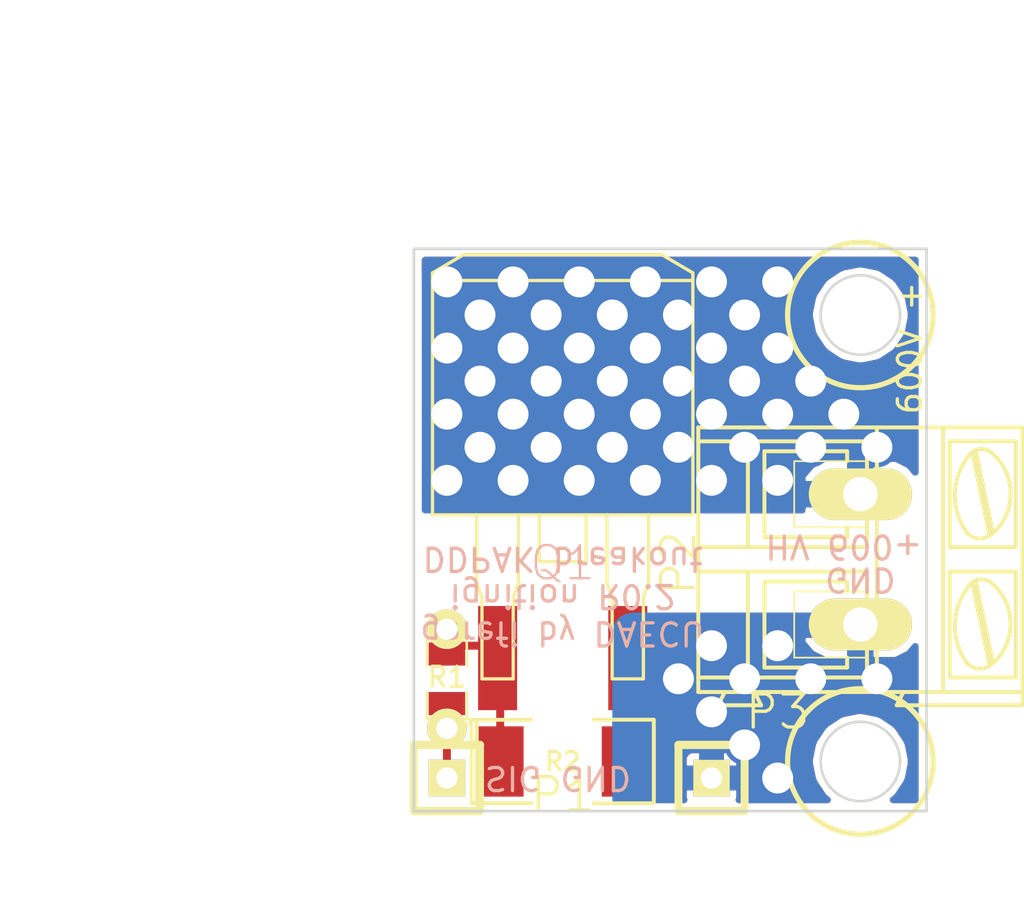
<source format=kicad_pcb>
(kicad_pcb (version 4) (host pcbnew 4.0.1-stable)

  (general
    (links 11)
    (no_connects 0)
    (area 188.850001 145.740001 231.089201 182.405)
    (thickness 1.6)
    (drawings 19)
    (tracks 115)
    (zones 0)
    (modules 6)
    (nets 5)
  )

  (page A)
  (title_block
    (title "DDPAK breakout")
    (rev R0.2)
    (company gerefi)
  )

  (layers
    (0 F.Cu signal)
    (31 B.Cu signal)
    (32 B.Adhes user)
    (33 F.Adhes user)
    (34 B.Paste user)
    (35 F.Paste user)
    (36 B.SilkS user)
    (37 F.SilkS user)
    (38 B.Mask user)
    (39 F.Mask user)
    (40 Dwgs.User user)
    (41 Cmts.User user)
    (42 Eco1.User user)
    (43 Eco2.User user)
    (44 Edge.Cuts user)
  )

  (setup
    (last_trace_width 0.3048)
    (trace_clearance 0.3048)
    (zone_clearance 0.254)
    (zone_45_only no)
    (trace_min 0.254)
    (segment_width 0.2)
    (edge_width 0.1)
    (via_size 0.889)
    (via_drill 0.635)
    (via_min_size 0.889)
    (via_min_drill 0.508)
    (user_via 0.889 0.635)
    (user_via 1.54178 1.18618)
    (uvia_size 0.508)
    (uvia_drill 0.127)
    (uvias_allowed no)
    (uvia_min_size 0.508)
    (uvia_min_drill 0.127)
    (pcb_text_width 0.3)
    (pcb_text_size 1.5 1.5)
    (mod_edge_width 0.15)
    (mod_text_size 1 1)
    (mod_text_width 0.15)
    (pad_size 1.5 1.5)
    (pad_drill 0.6)
    (pad_to_mask_clearance 0)
    (aux_axis_origin 0 0)
    (visible_elements 7FFFFF3F)
    (pcbplotparams
      (layerselection 0x00030_80000001)
      (usegerberextensions true)
      (excludeedgelayer true)
      (linewidth 0.150000)
      (plotframeref false)
      (viasonmask false)
      (mode 1)
      (useauxorigin false)
      (hpglpennumber 1)
      (hpglpenspeed 20)
      (hpglpendiameter 15)
      (hpglpenoverlay 2)
      (psnegative false)
      (psa4output false)
      (plotreference true)
      (plotvalue true)
      (plotinvisibletext false)
      (padsonsilk false)
      (subtractmaskfromsilk false)
      (outputformat 1)
      (mirror false)
      (drillshape 0)
      (scaleselection 1)
      (outputdirectory ""))
  )

  (net 0 "")
  (net 1 /GND)
  (net 2 /HV)
  (net 3 /SIG)
  (net 4 /SIG2)

  (net_class Default "This is the default net class."
    (clearance 0.3048)
    (trace_width 0.3048)
    (via_dia 0.889)
    (via_drill 0.635)
    (uvia_dia 0.508)
    (uvia_drill 0.127)
    (add_net /GND)
    (add_net /HV)
    (add_net /SIG)
    (add_net /SIG2)
  )

  (net_class FAT ""
    (clearance 1.7526)
    (trace_width 2.54)
    (via_dia 0.889)
    (via_drill 0.635)
    (uvia_dia 0.508)
    (uvia_drill 0.127)
  )

  (net_class MIN ""
    (clearance 2.54)
    (trace_width 0.3048)
    (via_dia 0.889)
    (via_drill 0.635)
    (uvia_dia 0.508)
    (uvia_drill 0.127)
  )

  (module SM0805_jumper (layer F.Cu) (tedit 53B680BA) (tstamp 544A797B)
    (at 206.375 171.45 90)
    (path /54499D02)
    (attr smd)
    (fp_text reference R1 (at 0.0635 0 180) (layer F.SilkS)
      (effects (font (size 0.762 0.762) (thickness 0.127)))
    )
    (fp_text value 1K (at 0 1.27 90) (layer F.SilkS) hide
      (effects (font (size 0.50038 0.50038) (thickness 0.10922)))
    )
    (fp_circle (center -1.651 0.762) (end -1.651 0.635) (layer F.SilkS) (width 0.09906))
    (fp_line (start -0.508 0.762) (end -1.524 0.762) (layer F.SilkS) (width 0.09906))
    (fp_line (start -1.524 0.762) (end -1.524 -0.762) (layer F.SilkS) (width 0.09906))
    (fp_line (start -1.524 -0.762) (end -0.508 -0.762) (layer F.SilkS) (width 0.09906))
    (fp_line (start 0.508 -0.762) (end 1.524 -0.762) (layer F.SilkS) (width 0.09906))
    (fp_line (start 1.524 -0.762) (end 1.524 0.762) (layer F.SilkS) (width 0.09906))
    (fp_line (start 1.524 0.762) (end 0.508 0.762) (layer F.SilkS) (width 0.09906))
    (pad 2 smd rect (at 1.27 0 90) (size 1.524 0.2032) (layers F.Cu F.Paste F.Mask)
      (net 4 /SIG2))
    (pad 1 smd rect (at -0.9525 0 90) (size 0.889 1.397) (layers F.Cu F.Paste F.Mask)
      (net 3 /SIG))
    (pad 2 smd rect (at 0.9525 0 90) (size 0.889 1.397) (layers F.Cu F.Paste F.Mask)
      (net 4 /SIG2))
    (pad 2 thru_hole circle (at 1.905 0 90) (size 1.524 1.524) (drill 0.8128) (layers *.Cu *.Mask F.SilkS)
      (net 4 /SIG2))
    (pad 1 thru_hole circle (at -1.905 0 90) (size 1.524 1.524) (drill 0.8128) (layers *.Cu *.Mask F.SilkS)
      (net 3 /SIG))
    (pad 1 smd rect (at -1.27 0 90) (size 1.524 0.2032) (layers F.Cu F.Paste F.Mask)
      (net 3 /SIG))
    (model smd/chip_cms.wrl
      (at (xyz 0 0 0))
      (scale (xyz 0.1 0.1 0.1))
      (rotate (xyz 0 0 0))
    )
  )

  (module AK300-2 (layer F.Cu) (tedit 549D4368) (tstamp 544A2601)
    (at 222.25 166.878 270)
    (descr CONNECTOR)
    (tags CONNECTOR)
    (path /5449A1BA)
    (attr virtual)
    (fp_text reference P2 (at 0.127 6.985 270) (layer F.SilkS)
      (effects (font (size 1.27 1.27) (thickness 0.127)))
    )
    (fp_text value CONN_2 (at 0.254 7.747 270) (layer F.SilkS) hide
      (effects (font (size 1.778 1.778) (thickness 0.0889)))
    )
    (fp_line (start -3.7846 2.54) (end -1.2446 2.54) (layer F.SilkS) (width 0.06604))
    (fp_line (start -1.2446 2.54) (end -1.2446 -0.254) (layer F.SilkS) (width 0.06604))
    (fp_line (start -3.7846 -0.254) (end -1.2446 -0.254) (layer F.SilkS) (width 0.06604))
    (fp_line (start -3.7846 2.54) (end -3.7846 -0.254) (layer F.SilkS) (width 0.06604))
    (fp_line (start 1.2192 2.54) (end 3.7592 2.54) (layer F.SilkS) (width 0.06604))
    (fp_line (start 3.7592 2.54) (end 3.7592 -0.254) (layer F.SilkS) (width 0.06604))
    (fp_line (start 1.2192 -0.254) (end 3.7592 -0.254) (layer F.SilkS) (width 0.06604))
    (fp_line (start 1.2192 2.54) (end 1.2192 -0.254) (layer F.SilkS) (width 0.06604))
    (fp_line (start 5.08 -6.223) (end 5.08 -3.175) (layer F.SilkS) (width 0.1524))
    (fp_line (start 5.08 -6.223) (end -5.08 -6.223) (layer F.SilkS) (width 0.1524))
    (fp_line (start 5.08 -6.223) (end 5.588 -6.223) (layer F.SilkS) (width 0.1524))
    (fp_line (start 5.588 -6.223) (end 5.588 -1.397) (layer F.SilkS) (width 0.1524))
    (fp_line (start 5.588 -1.397) (end 5.08 -1.651) (layer F.SilkS) (width 0.1524))
    (fp_line (start 5.588 5.461) (end 5.08 5.207) (layer F.SilkS) (width 0.1524))
    (fp_line (start 5.08 5.207) (end 5.08 6.223) (layer F.SilkS) (width 0.1524))
    (fp_line (start 5.588 3.81) (end 5.08 4.064) (layer F.SilkS) (width 0.1524))
    (fp_line (start 5.08 4.064) (end 5.08 5.207) (layer F.SilkS) (width 0.1524))
    (fp_line (start 5.588 3.81) (end 5.588 5.461) (layer F.SilkS) (width 0.1524))
    (fp_line (start 0.4572 6.223) (end 0.4572 4.318) (layer F.SilkS) (width 0.1524))
    (fp_line (start 4.5212 -0.254) (end 4.5212 4.318) (layer F.SilkS) (width 0.1524))
    (fp_line (start 0.4572 6.223) (end 4.5212 6.223) (layer F.SilkS) (width 0.1524))
    (fp_line (start 4.5212 6.223) (end 5.08 6.223) (layer F.SilkS) (width 0.1524))
    (fp_line (start -0.4826 6.223) (end -0.4826 4.318) (layer F.SilkS) (width 0.1524))
    (fp_line (start -0.4826 6.223) (end 0.4572 6.223) (layer F.SilkS) (width 0.1524))
    (fp_line (start -4.5466 -0.254) (end -4.5466 4.318) (layer F.SilkS) (width 0.1524))
    (fp_line (start -5.08 6.223) (end -4.5466 6.223) (layer F.SilkS) (width 0.1524))
    (fp_line (start -4.5466 6.223) (end -0.4826 6.223) (layer F.SilkS) (width 0.1524))
    (fp_line (start 0.4572 4.318) (end 4.5212 4.318) (layer F.SilkS) (width 0.1524))
    (fp_line (start 0.4572 4.318) (end 0.4572 -0.254) (layer F.SilkS) (width 0.1524))
    (fp_line (start 4.5212 4.318) (end 4.5212 6.223) (layer F.SilkS) (width 0.1524))
    (fp_line (start -0.4826 4.318) (end -4.5466 4.318) (layer F.SilkS) (width 0.1524))
    (fp_line (start -0.4826 4.318) (end -0.4826 -0.254) (layer F.SilkS) (width 0.1524))
    (fp_line (start -4.5466 4.318) (end -4.5466 6.223) (layer F.SilkS) (width 0.1524))
    (fp_line (start 4.1402 3.683) (end 4.1402 0.508) (layer F.SilkS) (width 0.1524))
    (fp_line (start 4.1402 3.683) (end 0.8382 3.683) (layer F.SilkS) (width 0.1524))
    (fp_line (start 0.8382 3.683) (end 0.8382 0.508) (layer F.SilkS) (width 0.1524))
    (fp_line (start -0.8636 3.683) (end -0.8636 0.508) (layer F.SilkS) (width 0.1524))
    (fp_line (start -0.8636 3.683) (end -4.1656 3.683) (layer F.SilkS) (width 0.1524))
    (fp_line (start -4.1656 3.683) (end -4.1656 0.508) (layer F.SilkS) (width 0.1524))
    (fp_line (start -4.1656 0.508) (end -3.7846 0.508) (layer F.SilkS) (width 0.1524))
    (fp_line (start -0.8636 0.508) (end -1.2446 0.508) (layer F.SilkS) (width 0.1524))
    (fp_line (start 0.8382 0.508) (end 1.2192 0.508) (layer F.SilkS) (width 0.1524))
    (fp_line (start 4.1402 0.508) (end 3.7592 0.508) (layer F.SilkS) (width 0.1524))
    (fp_line (start -5.08 6.223) (end -5.08 -0.635) (layer F.SilkS) (width 0.1524))
    (fp_line (start -5.08 -0.635) (end -5.08 -3.175) (layer F.SilkS) (width 0.1524))
    (fp_line (start 5.08 -1.651) (end 5.08 -0.635) (layer F.SilkS) (width 0.1524))
    (fp_line (start 5.08 -0.635) (end 5.08 4.064) (layer F.SilkS) (width 0.1524))
    (fp_line (start -5.08 -3.175) (end 5.08 -3.175) (layer F.SilkS) (width 0.1524))
    (fp_line (start -5.08 -3.175) (end -5.08 -6.223) (layer F.SilkS) (width 0.1524))
    (fp_line (start 5.08 -3.175) (end 5.08 -1.651) (layer F.SilkS) (width 0.1524))
    (fp_line (start 0.4572 -3.429) (end 0.4572 -5.969) (layer F.SilkS) (width 0.1524))
    (fp_line (start 0.4572 -5.969) (end 4.5212 -5.969) (layer F.SilkS) (width 0.1524))
    (fp_line (start 4.5212 -5.969) (end 4.5212 -3.429) (layer F.SilkS) (width 0.1524))
    (fp_line (start 4.5212 -3.429) (end 0.4572 -3.429) (layer F.SilkS) (width 0.1524))
    (fp_line (start -0.4826 -3.429) (end -0.4826 -5.969) (layer F.SilkS) (width 0.1524))
    (fp_line (start -0.4826 -3.429) (end -4.5466 -3.429) (layer F.SilkS) (width 0.1524))
    (fp_line (start -4.5466 -3.429) (end -4.5466 -5.969) (layer F.SilkS) (width 0.1524))
    (fp_line (start -0.4826 -5.969) (end -4.5466 -5.969) (layer F.SilkS) (width 0.1524))
    (fp_line (start 0.8636 -4.445) (end 3.9116 -5.08) (layer F.SilkS) (width 0.1524))
    (fp_line (start 0.9906 -4.318) (end 4.0386 -4.953) (layer F.SilkS) (width 0.1524))
    (fp_line (start -4.1402 -4.445) (end -1.08966 -5.08) (layer F.SilkS) (width 0.1524))
    (fp_line (start -4.0132 -4.318) (end -0.9652 -4.953) (layer F.SilkS) (width 0.1524))
    (fp_line (start -4.5466 -0.254) (end -4.1656 -0.254) (layer F.SilkS) (width 0.1524))
    (fp_line (start -0.4826 -0.254) (end -0.8636 -0.254) (layer F.SilkS) (width 0.1524))
    (fp_line (start -0.8636 -0.254) (end -4.1656 -0.254) (layer F.SilkS) (width 0.1524))
    (fp_line (start -5.08 -0.635) (end -4.1656 -0.635) (layer F.SilkS) (width 0.1524))
    (fp_line (start -4.1656 -0.635) (end -0.8636 -0.635) (layer F.SilkS) (width 0.1524))
    (fp_line (start -0.8636 -0.635) (end 0.8382 -0.635) (layer F.SilkS) (width 0.1524))
    (fp_line (start 5.08 -0.635) (end 4.1402 -0.635) (layer F.SilkS) (width 0.1524))
    (fp_line (start 4.1402 -0.635) (end 0.8382 -0.635) (layer F.SilkS) (width 0.1524))
    (fp_line (start 4.5212 -0.254) (end 4.1402 -0.254) (layer F.SilkS) (width 0.1524))
    (fp_line (start 0.4572 -0.254) (end 0.8382 -0.254) (layer F.SilkS) (width 0.1524))
    (fp_line (start 0.8382 -0.254) (end 4.1402 -0.254) (layer F.SilkS) (width 0.1524))
    (fp_arc (start 3.5052 -4.59486) (end 4.01066 -5.05206) (angle 90.5) (layer F.SilkS) (width 0.1524))
    (fp_arc (start 2.54 -6.0706) (end 4.00304 -4.11734) (angle 75.5) (layer F.SilkS) (width 0.1524))
    (fp_arc (start 2.46126 -3.7084) (end 0.8636 -5.0038) (angle 100) (layer F.SilkS) (width 0.1524))
    (fp_arc (start 1.3462 -4.64566) (end 1.05664 -4.1275) (angle 104.2) (layer F.SilkS) (width 0.1524))
    (fp_arc (start -1.4986 -4.59486) (end -0.9906 -5.05206) (angle 90.5) (layer F.SilkS) (width 0.1524))
    (fp_arc (start -2.46126 -6.0706) (end -0.99822 -4.11734) (angle 75.5) (layer F.SilkS) (width 0.1524))
    (fp_arc (start -2.53746 -3.7084) (end -4.1402 -5.0038) (angle 100) (layer F.SilkS) (width 0.1524))
    (fp_arc (start -3.6576 -4.64566) (end -3.94462 -4.1275) (angle 104.2) (layer F.SilkS) (width 0.1524))
    (pad 1 thru_hole oval (at -2.5146 0 270) (size 1.9812 3.9624) (drill 1.3208) (layers *.Cu F.Paste F.SilkS F.Mask)
      (net 2 /HV))
    (pad 2 thru_hole oval (at 2.4892 0 270) (size 1.9812 3.9624) (drill 1.3208) (layers *.Cu F.Paste F.SilkS F.Mask)
      (net 1 /GND))
  )

  (module SM2010 (layer F.Cu) (tedit 544A1B10) (tstamp 5449C04A)
    (at 210.82 174.625)
    (tags "CMS SM")
    (path /54499C42)
    (attr smd)
    (fp_text reference R2 (at 0 0) (layer F.SilkS)
      (effects (font (size 0.70104 0.70104) (thickness 0.127)))
    )
    (fp_text value 100K (at 0 0.8) (layer F.SilkS) hide
      (effects (font (size 0.70104 0.70104) (thickness 0.127)))
    )
    (fp_line (start -3.3 -1.6) (end -3.3 1.6) (layer F.SilkS) (width 0.15))
    (fp_line (start 3.50012 -1.6002) (end 3.50012 1.6002) (layer F.SilkS) (width 0.15))
    (fp_line (start -3.5 -1.6) (end -3.5 1.6) (layer F.SilkS) (width 0.15))
    (fp_line (start 1.19634 1.60528) (end 3.48234 1.60528) (layer F.SilkS) (width 0.15))
    (fp_line (start 3.48234 -1.60528) (end 1.19634 -1.60528) (layer F.SilkS) (width 0.15))
    (fp_line (start -1.2 -1.6) (end -3.5 -1.6) (layer F.SilkS) (width 0.15))
    (fp_line (start -3.5 1.6) (end -1.2 1.6) (layer F.SilkS) (width 0.15))
    (pad 1 smd rect (at -2.4003 0) (size 1.80086 2.70002) (layers F.Cu F.Paste F.Mask)
      (net 4 /SIG2))
    (pad 2 smd rect (at 2.4003 0) (size 1.80086 2.70002) (layers F.Cu F.Paste F.Mask)
      (net 1 /GND))
  )

  (module SIL-1 (layer F.Cu) (tedit 549F505C) (tstamp 544A798F)
    (at 216.535 175.26)
    (descr "Connecteurs 1 pin")
    (tags "CONN DEV")
    (path /544A1CD8)
    (fp_text reference P3 (at 2.54 -2.54) (layer F.SilkS)
      (effects (font (size 1.27 1.27) (thickness 0.127)))
    )
    (fp_text value CONN_1 (at 0 -2.54) (layer F.SilkS) hide
      (effects (font (size 1.524 1.016) (thickness 0.254)))
    )
    (fp_line (start -1.27 1.27) (end 1.27 1.27) (layer F.SilkS) (width 0.3175))
    (fp_line (start -1.27 -1.27) (end 1.27 -1.27) (layer F.SilkS) (width 0.3175))
    (fp_line (start -1.27 1.27) (end -1.27 -1.27) (layer F.SilkS) (width 0.3048))
    (fp_line (start 1.27 -1.27) (end 1.27 1.27) (layer F.SilkS) (width 0.3048))
    (pad 1 thru_hole rect (at 0 0) (size 1.397 1.397) (drill 0.8128) (layers *.Cu *.Mask F.SilkS)
      (net 1 /GND))
  )

  (module SIL-1 (layer F.Cu) (tedit 549D4054) (tstamp 544A7985)
    (at 206.375 175.26 180)
    (descr "Connecteurs 1 pin")
    (tags "CONN DEV")
    (path /544A1CBF)
    (fp_text reference P1 (at -4.445 -0.635 180) (layer F.SilkS)
      (effects (font (size 1.27 1.27) (thickness 0.127)))
    )
    (fp_text value CONN_1 (at 0 -2.54 180) (layer F.SilkS) hide
      (effects (font (size 1.524 1.016) (thickness 0.254)))
    )
    (fp_line (start -1.27 1.27) (end 1.27 1.27) (layer F.SilkS) (width 0.3175))
    (fp_line (start -1.27 -1.27) (end 1.27 -1.27) (layer F.SilkS) (width 0.3175))
    (fp_line (start -1.27 1.27) (end -1.27 -1.27) (layer F.SilkS) (width 0.3048))
    (fp_line (start 1.27 -1.27) (end 1.27 1.27) (layer F.SilkS) (width 0.3048))
    (pad 1 thru_hole rect (at 0 0 180) (size 1.397 1.397) (drill 0.8128) (layers *.Cu *.Mask F.SilkS)
      (net 3 /SIG))
  )

  (module m-pad-2.1-TO-263AB (layer F.Cu) (tedit 549D3FB2) (tstamp 5449C06D)
    (at 210.82 160.655)
    (descr "FAIRCHILD'S TO-263AB/D2PAK PACKAGE DIMENSIONS")
    (tags "FAIRCHILD'S TO-263AB/D2PAK PACKAGE DIMENSIONS")
    (path /5498B4BA)
    (attr smd)
    (fp_text reference Q1 (at 0 6.35) (layer B.SilkS)
      (effects (font (size 1.27 1.27) (thickness 0.0889)))
    )
    (fp_text value IRGS14C40L (at 6.86308 -0.30988 90) (layer B.SilkS) hide
      (effects (font (size 1.27 1.27) (thickness 0.0889)))
    )
    (fp_line (start -4.99872 4.49834) (end -3.29946 4.49834) (layer F.SilkS) (width 0.127))
    (fp_line (start -3.29946 4.49834) (end -1.69926 4.49834) (layer F.SilkS) (width 0.127))
    (fp_line (start -1.69926 4.49834) (end -0.89916 4.49834) (layer F.SilkS) (width 0.127))
    (fp_line (start -0.89916 4.49834) (end 0.89916 4.49834) (layer F.SilkS) (width 0.127))
    (fp_line (start 0.89916 4.49834) (end 1.69926 4.49834) (layer F.SilkS) (width 0.127))
    (fp_line (start 1.69926 4.49834) (end 3.29946 4.49834) (layer F.SilkS) (width 0.127))
    (fp_line (start 3.29946 4.49834) (end 4.99872 4.49834) (layer F.SilkS) (width 0.127))
    (fp_line (start 4.99872 4.49834) (end 4.99872 -4.49834) (layer F.SilkS) (width 0.127))
    (fp_line (start 4.99872 -4.49834) (end -4.99872 -4.49834) (layer F.SilkS) (width 0.127))
    (fp_line (start -4.99872 -4.49834) (end -4.99872 4.49834) (layer F.SilkS) (width 0.127))
    (fp_line (start -4.99872 -4.49834) (end -4.99872 -4.79044) (layer F.SilkS) (width 0.127))
    (fp_line (start -4.99872 -4.79044) (end -3.79222 -5.4991) (layer F.SilkS) (width 0.127))
    (fp_line (start -3.79222 -5.4991) (end 3.79222 -5.4991) (layer F.SilkS) (width 0.127))
    (fp_line (start 3.79222 -5.4991) (end 4.99872 -4.79044) (layer F.SilkS) (width 0.127))
    (fp_line (start 4.99872 -4.79044) (end 4.99872 -4.49834) (layer F.SilkS) (width 0.127))
    (fp_line (start -0.89916 4.49834) (end -0.89916 6.2992) (layer F.SilkS) (width 0.127))
    (fp_line (start -0.89916 6.2992) (end 0.89916 6.2992) (layer F.SilkS) (width 0.127))
    (fp_line (start 0.89916 6.2992) (end 0.89916 4.49834) (layer F.SilkS) (width 0.127))
    (fp_line (start -3.29946 4.49834) (end -3.29946 7.0993) (layer F.SilkS) (width 0.127))
    (fp_line (start -3.29946 7.0993) (end -3.0988 7.69874) (layer F.SilkS) (width 0.127))
    (fp_line (start -3.0988 7.69874) (end -3.0988 10.79754) (layer F.SilkS) (width 0.127))
    (fp_line (start -3.0988 10.79754) (end -1.89992 10.79754) (layer F.SilkS) (width 0.127))
    (fp_line (start -1.89992 10.79754) (end -1.89992 7.69874) (layer F.SilkS) (width 0.127))
    (fp_line (start -1.89992 7.69874) (end -1.69926 7.0993) (layer F.SilkS) (width 0.127))
    (fp_line (start -1.69926 7.0993) (end -1.69926 4.49834) (layer F.SilkS) (width 0.127))
    (fp_line (start 1.69926 4.49834) (end 1.69926 7.0993) (layer F.SilkS) (width 0.127))
    (fp_line (start 1.69926 7.0993) (end 1.89992 7.69874) (layer F.SilkS) (width 0.127))
    (fp_line (start 1.89992 7.69874) (end 1.89992 10.79754) (layer F.SilkS) (width 0.127))
    (fp_line (start 1.89992 10.79754) (end 3.0988 10.79754) (layer F.SilkS) (width 0.127))
    (fp_line (start 3.0988 10.79754) (end 3.0988 7.69874) (layer F.SilkS) (width 0.127))
    (fp_line (start 3.0988 7.69874) (end 3.29946 7.0993) (layer F.SilkS) (width 0.127))
    (fp_line (start 3.29946 7.0993) (end 3.29946 4.49834) (layer F.SilkS) (width 0.127))
    (pad 2 smd rect (at 0 0) (size 9.99998 8.99922) (layers F.Cu F.Paste F.Mask)
      (net 2 /HV))
    (pad 1 smd rect (at -2.49936 9.99998) (size 1.4986 3.99796) (layers F.Cu F.Paste F.Mask)
      (net 4 /SIG2))
    (pad 3 smd rect (at 2.49936 9.99998) (size 1.4986 3.99796) (layers F.Cu F.Paste F.Mask)
      (net 1 /GND))
    (model smd/dpack_2.wrl
      (at (xyz 0 -0.3 0))
      (scale (xyz 1 1 1))
      (rotate (xyz 0 0 0))
    )
  )

  (dimension 10.16 (width 0.3) (layer Dwgs.User)
    (gr_text "0.4000 in" (at 211.455 181.054999) (layer Dwgs.User)
      (effects (font (size 1.5 1.5) (thickness 0.3)))
    )
    (feature1 (pts (xy 216.535 176.53) (xy 216.535 182.404999)))
    (feature2 (pts (xy 206.375 176.53) (xy 206.375 182.404999)))
    (crossbar (pts (xy 206.375 179.704999) (xy 216.535 179.704999)))
    (arrow1a (pts (xy 216.535 179.704999) (xy 215.408497 180.291419)))
    (arrow1b (pts (xy 216.535 179.704999) (xy 215.408497 179.118579)))
    (arrow2a (pts (xy 206.375 179.704999) (xy 207.501503 180.291419)))
    (arrow2b (pts (xy 206.375 179.704999) (xy 207.501503 179.118579)))
  )
  (gr_circle (center 222.25 174.625) (end 223.774 174.625) (layer Edge.Cuts) (width 0.1) (tstamp 549E9E7F))
  (gr_circle (center 222.25 174.625) (end 225.044 174.625) (layer F.SilkS) (width 0.2) (tstamp 549E9E7E))
  (gr_circle (center 222.25 157.48) (end 225.044 157.48) (layer F.SilkS) (width 0.2))
  (gr_circle (center 222.25 157.48) (end 223.774 157.48) (layer Edge.Cuts) (width 0.1) (tstamp 549E9D27))
  (dimension 21.59 (width 0.3) (layer Dwgs.User)
    (gr_text "21.590 mm" (at 195.5 165.735 90) (layer Dwgs.User)
      (effects (font (size 1.5 1.5) (thickness 0.3)))
    )
    (feature1 (pts (xy 204.47 154.94) (xy 194.15 154.94)))
    (feature2 (pts (xy 204.47 176.53) (xy 194.15 176.53)))
    (crossbar (pts (xy 196.85 176.53) (xy 196.85 154.94)))
    (arrow1a (pts (xy 196.85 154.94) (xy 197.43642 156.066503)))
    (arrow1b (pts (xy 196.85 154.94) (xy 196.26358 156.066503)))
    (arrow2a (pts (xy 196.85 176.53) (xy 197.43642 175.403497)))
    (arrow2b (pts (xy 196.85 176.53) (xy 196.26358 175.403497)))
  )
  (dimension 19.685 (width 0.3) (layer Dwgs.User)
    (gr_text "19.685 mm" (at 214.9475 147.240001) (layer Dwgs.User)
      (effects (font (size 1.5 1.5) (thickness 0.3)))
    )
    (feature1 (pts (xy 224.79 154.305) (xy 224.79 145.890001)))
    (feature2 (pts (xy 205.105 154.305) (xy 205.105 145.890001)))
    (crossbar (pts (xy 205.105 148.590001) (xy 224.79 148.590001)))
    (arrow1a (pts (xy 224.79 148.590001) (xy 223.663497 149.176421)))
    (arrow1b (pts (xy 224.79 148.590001) (xy 223.663497 148.003581)))
    (arrow2a (pts (xy 205.105 148.590001) (xy 206.231503 149.176421)))
    (arrow2b (pts (xy 205.105 148.590001) (xy 206.231503 148.003581)))
  )
  (dimension 19.685 (width 0.3) (layer Dwgs.User)
    (gr_text "0.7750 in" (at 214.9475 150.415001) (layer Dwgs.User)
      (effects (font (size 1.5 1.5) (thickness 0.3)))
    )
    (feature1 (pts (xy 224.79 154.305) (xy 224.79 149.065001)))
    (feature2 (pts (xy 205.105 154.305) (xy 205.105 149.065001)))
    (crossbar (pts (xy 205.105 151.765001) (xy 224.79 151.765001)))
    (arrow1a (pts (xy 224.79 151.765001) (xy 223.663497 152.351421)))
    (arrow1b (pts (xy 224.79 151.765001) (xy 223.663497 151.178581)))
    (arrow2a (pts (xy 205.105 151.765001) (xy 206.231503 152.351421)))
    (arrow2b (pts (xy 205.105 151.765001) (xy 206.231503 151.178581)))
  )
  (dimension 21.59 (width 0.3) (layer Dwgs.User)
    (gr_text "0.8500 in" (at 199.31 165.735 90) (layer Dwgs.User)
      (effects (font (size 1.5 1.5) (thickness 0.3)))
    )
    (feature1 (pts (xy 204.47 154.94) (xy 197.96 154.94)))
    (feature2 (pts (xy 204.47 176.53) (xy 197.96 176.53)))
    (crossbar (pts (xy 200.66 176.53) (xy 200.66 154.94)))
    (arrow1a (pts (xy 200.66 154.94) (xy 201.24642 156.066503)))
    (arrow1b (pts (xy 200.66 154.94) (xy 200.07358 156.066503)))
    (arrow2a (pts (xy 200.66 176.53) (xy 201.24642 175.403497)))
    (arrow2b (pts (xy 200.66 176.53) (xy 200.07358 175.403497)))
  )
  (gr_text GND (at 212.09 175.26 180) (layer B.SilkS)
    (effects (font (size 0.889 0.889) (thickness 0.127)) (justify mirror))
  )
  (gr_text "HV 600+" (at 221.615 166.37 180) (layer B.SilkS)
    (effects (font (size 0.889 0.889) (thickness 0.127)) (justify mirror))
  )
  (gr_text SIG (at 208.915 175.26 180) (layer B.SilkS)
    (effects (font (size 0.889 0.889) (thickness 0.127)) (justify mirror))
  )
  (gr_text GND (at 222.25 167.64 180) (layer B.SilkS)
    (effects (font (size 0.889 0.889) (thickness 0.127)) (justify mirror))
  )
  (gr_text "gerefi by DAECU\nignition R0.2\nDDPAK breakout\n" (at 210.82 168.275 180) (layer B.SilkS)
    (effects (font (size 0.889 0.889) (thickness 0.127)) (justify mirror))
  )
  (gr_text "600V +" (at 224.155 158.75 90) (layer F.SilkS)
    (effects (font (size 0.889 0.889) (thickness 0.127)))
  )
  (gr_line (start 205.105 176.53) (end 224.79 176.53) (angle 90) (layer Edge.Cuts) (width 0.1) (tstamp 549D3C3E))
  (gr_line (start 224.79 154.94) (end 224.79 176.53) (angle 90) (layer Edge.Cuts) (width 0.1) (tstamp 549D3BE3))
  (gr_line (start 205.105 154.94) (end 224.79 154.94) (angle 90) (layer Edge.Cuts) (width 0.1))
  (gr_line (start 205.105 154.94) (end 205.105 176.53) (angle 90) (layer Edge.Cuts) (width 0.1) (tstamp 549D3BE0))

  (segment (start 222.885 171.45) (end 220.345 171.45) (width 0.3048) (layer F.Cu) (net 1))
  (segment (start 219.075 175.26) (end 219.075 172.72) (width 0.3048) (layer F.Cu) (net 1))
  (segment (start 222.25 169.3672) (end 219.8878 169.3672) (width 0.3048) (layer B.Cu) (net 1))
  (segment (start 219.075 172.72) (end 220.345 171.45) (width 0.3048) (layer F.Cu) (net 1) (tstamp 549D42CF))
  (via (at 219.075 175.26) (size 1.54178) (drill 1.18618) (layers F.Cu B.Cu) (net 1))
  (segment (start 217.805 173.99) (end 219.075 175.26) (width 0.3048) (layer B.Cu) (net 1) (tstamp 549D42C6))
  (via (at 217.805 173.99) (size 1.54178) (drill 1.18618) (layers F.Cu B.Cu) (net 1))
  (segment (start 216.535 172.72) (end 217.805 173.99) (width 0.3048) (layer F.Cu) (net 1) (tstamp 549D42C3))
  (via (at 216.535 172.72) (size 1.54178) (drill 1.18618) (layers F.Cu B.Cu) (net 1))
  (segment (start 215.265 171.45) (end 216.535 172.72) (width 0.3048) (layer B.Cu) (net 1) (tstamp 549D42C0))
  (via (at 215.265 171.45) (size 1.54178) (drill 1.18618) (layers F.Cu B.Cu) (net 1))
  (segment (start 216.535 170.18) (end 215.265 171.45) (width 0.3048) (layer F.Cu) (net 1) (tstamp 549D42BD))
  (via (at 216.535 170.18) (size 1.54178) (drill 1.18618) (layers F.Cu B.Cu) (net 1))
  (segment (start 217.805 171.45) (end 216.535 170.18) (width 0.3048) (layer B.Cu) (net 1) (tstamp 549D42BA))
  (via (at 217.805 171.45) (size 1.54178) (drill 1.18618) (layers F.Cu B.Cu) (net 1))
  (segment (start 219.075 170.18) (end 217.805 171.45) (width 0.3048) (layer F.Cu) (net 1) (tstamp 549D42B7))
  (via (at 219.075 170.18) (size 1.54178) (drill 1.18618) (layers F.Cu B.Cu) (net 1))
  (segment (start 219.8878 169.3672) (end 219.075 170.18) (width 0.3048) (layer B.Cu) (net 1) (tstamp 549D42AE))
  (via (at 220.345 171.45) (size 1.54178) (drill 1.18618) (layers F.Cu B.Cu) (net 1))
  (via (at 222.885 171.45) (size 1.54178) (drill 1.18618) (layers F.Cu B.Cu) (net 1))
  (segment (start 217.805 157.48) (end 219.075 156.21) (width 0.3048) (layer B.Cu) (net 2))
  (segment (start 206.375 156.21) (end 210.82 160.655) (width 0.3048) (layer F.Cu) (net 2) (tstamp 549D4210))
  (via (at 206.375 156.21) (size 1.54178) (drill 1.18618) (layers F.Cu B.Cu) (net 2))
  (segment (start 208.915 156.21) (end 206.375 156.21) (width 0.3048) (layer B.Cu) (net 2) (tstamp 549D420C))
  (via (at 208.915 156.21) (size 1.54178) (drill 1.18618) (layers F.Cu B.Cu) (net 2))
  (segment (start 211.455 156.21) (end 208.915 156.21) (width 0.3048) (layer F.Cu) (net 2) (tstamp 549D4209))
  (via (at 211.455 156.21) (size 1.54178) (drill 1.18618) (layers F.Cu B.Cu) (net 2))
  (segment (start 213.995 156.21) (end 211.455 156.21) (width 0.3048) (layer B.Cu) (net 2) (tstamp 549D4205))
  (via (at 213.995 156.21) (size 1.54178) (drill 1.18618) (layers F.Cu B.Cu) (net 2))
  (segment (start 216.535 156.21) (end 213.995 156.21) (width 0.3048) (layer F.Cu) (net 2) (tstamp 549D4202))
  (via (at 216.535 156.21) (size 1.54178) (drill 1.18618) (layers F.Cu B.Cu) (net 2))
  (segment (start 219.075 156.21) (end 216.535 156.21) (width 0.3048) (layer B.Cu) (net 2) (tstamp 549D41FF))
  (via (at 219.075 156.21) (size 1.54178) (drill 1.18618) (layers F.Cu B.Cu) (net 2))
  (via (at 217.805 157.48) (size 1.54178) (drill 1.18618) (layers F.Cu B.Cu) (net 2))
  (segment (start 217.805 157.48) (end 219.075 158.75) (width 0.3048) (layer B.Cu) (net 2))
  (segment (start 220.345 160.02) (end 219.075 158.75) (width 0.3048) (layer B.Cu) (net 2) (tstamp 549E9F1D))
  (via (at 219.075 158.75) (size 1.54178) (drill 1.18618) (layers F.Cu B.Cu) (net 2))
  (segment (start 215.265 157.48) (end 217.805 157.48) (width 0.3048) (layer B.Cu) (net 2) (tstamp 549D41F0))
  (via (at 215.265 157.48) (size 1.54178) (drill 1.18618) (layers F.Cu B.Cu) (net 2))
  (segment (start 212.725 157.48) (end 215.265 157.48) (width 0.3048) (layer F.Cu) (net 2) (tstamp 549D41EC))
  (via (at 212.725 157.48) (size 1.54178) (drill 1.18618) (layers F.Cu B.Cu) (net 2))
  (segment (start 210.185 157.48) (end 212.725 157.48) (width 0.3048) (layer B.Cu) (net 2) (tstamp 549D41E9))
  (via (at 210.185 157.48) (size 1.54178) (drill 1.18618) (layers F.Cu B.Cu) (net 2))
  (segment (start 207.645 157.48) (end 210.185 157.48) (width 0.3048) (layer F.Cu) (net 2) (tstamp 549D41E6))
  (via (at 207.645 157.48) (size 1.54178) (drill 1.18618) (layers F.Cu B.Cu) (net 2))
  (segment (start 206.375 158.75) (end 207.645 157.48) (width 0.3048) (layer B.Cu) (net 2) (tstamp 549D41E3))
  (via (at 206.375 158.75) (size 1.54178) (drill 1.18618) (layers F.Cu B.Cu) (net 2))
  (segment (start 208.915 158.75) (end 206.375 158.75) (width 0.3048) (layer F.Cu) (net 2) (tstamp 549D41E0))
  (via (at 208.915 158.75) (size 1.54178) (drill 1.18618) (layers F.Cu B.Cu) (net 2))
  (segment (start 211.455 158.75) (end 208.915 158.75) (width 0.3048) (layer B.Cu) (net 2) (tstamp 549D41DD))
  (via (at 211.455 158.75) (size 1.54178) (drill 1.18618) (layers F.Cu B.Cu) (net 2))
  (segment (start 213.995 158.75) (end 211.455 158.75) (width 0.3048) (layer F.Cu) (net 2) (tstamp 549D41DA))
  (via (at 213.995 158.75) (size 1.54178) (drill 1.18618) (layers F.Cu B.Cu) (net 2))
  (segment (start 216.535 158.75) (end 213.995 158.75) (width 0.3048) (layer B.Cu) (net 2) (tstamp 549D41D7))
  (via (at 216.535 158.75) (size 1.54178) (drill 1.18618) (layers F.Cu B.Cu) (net 2))
  (segment (start 219.075 158.75) (end 216.535 158.75) (width 0.3048) (layer F.Cu) (net 2) (tstamp 549D41D4))
  (via (at 220.345 160.02) (size 1.54178) (drill 1.18618) (layers F.Cu B.Cu) (net 2))
  (segment (start 221.615 161.29) (end 220.345 160.02) (width 0.3048) (layer B.Cu) (net 2))
  (via (at 221.615 161.29) (size 1.54178) (drill 1.18618) (layers F.Cu B.Cu) (net 2))
  (via (at 222.885 162.56) (size 1.54178) (drill 1.18618) (layers F.Cu B.Cu) (net 2))
  (segment (start 221.615 161.29) (end 222.885 162.56) (width 0.3048) (layer F.Cu) (net 2) (tstamp 549D41BB))
  (segment (start 222.25 164.3634) (end 219.6084 164.3634) (width 0.3048) (layer F.Cu) (net 2))
  (segment (start 220.345 162.56) (end 221.615 161.29) (width 0.3048) (layer B.Cu) (net 2) (tstamp 549D41B7))
  (via (at 220.345 162.56) (size 1.54178) (drill 1.18618) (layers F.Cu B.Cu) (net 2))
  (segment (start 219.075 161.29) (end 220.345 162.56) (width 0.3048) (layer F.Cu) (net 2) (tstamp 549D41B4))
  (via (at 219.075 161.29) (size 1.54178) (drill 1.18618) (layers F.Cu B.Cu) (net 2))
  (segment (start 217.805 160.02) (end 219.075 161.29) (width 0.3048) (layer B.Cu) (net 2) (tstamp 549D41AF))
  (via (at 217.805 160.02) (size 1.54178) (drill 1.18618) (layers F.Cu B.Cu) (net 2))
  (segment (start 216.535 161.29) (end 217.805 160.02) (width 0.3048) (layer F.Cu) (net 2) (tstamp 549D41AC))
  (via (at 216.535 161.29) (size 1.54178) (drill 1.18618) (layers F.Cu B.Cu) (net 2))
  (segment (start 215.265 160.02) (end 216.535 161.29) (width 0.3048) (layer B.Cu) (net 2) (tstamp 549D41A9))
  (via (at 215.265 160.02) (size 1.54178) (drill 1.18618) (layers F.Cu B.Cu) (net 2))
  (segment (start 213.995 161.29) (end 215.265 160.02) (width 0.3048) (layer F.Cu) (net 2) (tstamp 549D41A6))
  (via (at 213.995 161.29) (size 1.54178) (drill 1.18618) (layers F.Cu B.Cu) (net 2))
  (segment (start 212.725 160.02) (end 213.995 161.29) (width 0.3048) (layer B.Cu) (net 2) (tstamp 549D41A3))
  (via (at 212.725 160.02) (size 1.54178) (drill 1.18618) (layers F.Cu B.Cu) (net 2))
  (segment (start 211.455 161.29) (end 212.725 160.02) (width 0.3048) (layer F.Cu) (net 2) (tstamp 549D41A0))
  (via (at 211.455 161.29) (size 1.54178) (drill 1.18618) (layers F.Cu B.Cu) (net 2))
  (segment (start 210.185 160.02) (end 211.455 161.29) (width 0.3048) (layer B.Cu) (net 2) (tstamp 549D419D))
  (via (at 210.185 160.02) (size 1.54178) (drill 1.18618) (layers F.Cu B.Cu) (net 2))
  (segment (start 208.915 161.29) (end 210.185 160.02) (width 0.3048) (layer F.Cu) (net 2) (tstamp 549D419A))
  (via (at 208.915 161.29) (size 1.54178) (drill 1.18618) (layers F.Cu B.Cu) (net 2))
  (segment (start 207.645 160.02) (end 208.915 161.29) (width 0.3048) (layer B.Cu) (net 2) (tstamp 549D4197))
  (via (at 207.645 160.02) (size 1.54178) (drill 1.18618) (layers F.Cu B.Cu) (net 2))
  (segment (start 206.375 161.29) (end 207.645 160.02) (width 0.3048) (layer F.Cu) (net 2) (tstamp 549D4194))
  (via (at 206.375 161.29) (size 1.54178) (drill 1.18618) (layers F.Cu B.Cu) (net 2))
  (segment (start 206.375 163.83) (end 206.375 161.29) (width 0.3048) (layer B.Cu) (net 2) (tstamp 549D4190))
  (via (at 206.375 163.83) (size 1.54178) (drill 1.18618) (layers F.Cu B.Cu) (net 2))
  (segment (start 207.645 162.56) (end 206.375 163.83) (width 0.3048) (layer F.Cu) (net 2) (tstamp 549D418D))
  (via (at 207.645 162.56) (size 1.54178) (drill 1.18618) (layers F.Cu B.Cu) (net 2))
  (segment (start 208.915 163.83) (end 207.645 162.56) (width 0.3048) (layer B.Cu) (net 2) (tstamp 549D418A))
  (via (at 208.915 163.83) (size 1.54178) (drill 1.18618) (layers F.Cu B.Cu) (net 2))
  (segment (start 210.185 162.56) (end 208.915 163.83) (width 0.3048) (layer F.Cu) (net 2) (tstamp 549D4187))
  (via (at 210.185 162.56) (size 1.54178) (drill 1.18618) (layers F.Cu B.Cu) (net 2))
  (segment (start 211.455 163.83) (end 210.185 162.56) (width 0.3048) (layer B.Cu) (net 2) (tstamp 549D4184))
  (via (at 211.455 163.83) (size 1.54178) (drill 1.18618) (layers F.Cu B.Cu) (net 2))
  (segment (start 212.725 162.56) (end 211.455 163.83) (width 0.3048) (layer F.Cu) (net 2) (tstamp 549D4181))
  (via (at 212.725 162.56) (size 1.54178) (drill 1.18618) (layers F.Cu B.Cu) (net 2))
  (segment (start 213.995 163.83) (end 212.725 162.56) (width 0.3048) (layer B.Cu) (net 2) (tstamp 549D417E))
  (via (at 213.995 163.83) (size 1.54178) (drill 1.18618) (layers F.Cu B.Cu) (net 2))
  (segment (start 215.265 162.56) (end 213.995 163.83) (width 0.3048) (layer F.Cu) (net 2) (tstamp 549D417B))
  (via (at 215.265 162.56) (size 1.54178) (drill 1.18618) (layers F.Cu B.Cu) (net 2))
  (segment (start 216.535 163.83) (end 215.265 162.56) (width 0.3048) (layer B.Cu) (net 2) (tstamp 549D4178))
  (via (at 216.535 163.83) (size 1.54178) (drill 1.18618) (layers F.Cu B.Cu) (net 2))
  (segment (start 217.805 162.56) (end 216.535 163.83) (width 0.3048) (layer F.Cu) (net 2) (tstamp 549D4175))
  (via (at 217.805 162.56) (size 1.54178) (drill 1.18618) (layers F.Cu B.Cu) (net 2))
  (segment (start 219.075 163.83) (end 217.805 162.56) (width 0.3048) (layer B.Cu) (net 2) (tstamp 549D4171))
  (via (at 219.075 163.83) (size 1.54178) (drill 1.18618) (layers F.Cu B.Cu) (net 2))
  (segment (start 219.6084 164.3634) (end 219.075 163.83) (width 0.3048) (layer F.Cu) (net 2) (tstamp 549D416A))
  (segment (start 206.375 175.26) (end 206.375 173.355) (width 0.3048) (layer F.Cu) (net 3))
  (segment (start 208.4197 174.625) (end 208.4197 170.75404) (width 0.3048) (layer F.Cu) (net 4))
  (segment (start 208.4197 170.75404) (end 208.32064 170.65498) (width 0.3048) (layer F.Cu) (net 4) (tstamp 549D4036))
  (segment (start 206.375 170.18) (end 207.84566 170.18) (width 0.3048) (layer F.Cu) (net 4))
  (segment (start 207.84566 170.18) (end 208.32064 170.65498) (width 0.3048) (layer F.Cu) (net 4) (tstamp 549D4031))
  (segment (start 208.4197 170.75404) (end 208.32064 170.65498) (width 0.3048) (layer F.Cu) (net 4) (tstamp 549D3F88))

  (zone (net 2) (net_name /HV) (layer B.Cu) (tstamp 544A1897) (hatch edge 0.508)
    (connect_pads (clearance 0.254))
    (min_thickness 0.254)
    (fill (arc_segments 16) (thermal_gap 0.254) (thermal_bridge_width 1.016) (smoothing fillet) (radius 0.762))
    (polygon
      (pts
        (xy 226.06 152.4) (xy 203.2 152.4) (xy 203.2 165.1) (xy 226.06 165.1)
      )
    )
    (filled_polygon
      (pts
        (xy 224.359 163.522537) (xy 224.1973 163.334715) (xy 224.1973 157.563613) (xy 224.197226 157.48) (xy 224.1973 157.396387)
        (xy 224.197153 157.396032) (xy 224.197153 157.395445) (xy 224.080637 156.812337) (xy 224.016146 156.657026) (xy 224.014285 156.655168)
        (xy 223.687021 156.164458) (xy 223.686073 156.162174) (xy 223.567056 156.043365) (xy 223.072348 155.713436) (xy 222.916925 155.649216)
        (xy 222.914289 155.649218) (xy 222.335896 155.533643) (xy 222.333613 155.5327) (xy 222.165445 155.532847) (xy 221.582337 155.649363)
        (xy 221.427026 155.713854) (xy 221.425168 155.715714) (xy 220.934458 156.042978) (xy 220.932174 156.043927) (xy 220.813365 156.162944)
        (xy 220.483436 156.657652) (xy 220.419216 156.813075) (xy 220.419218 156.81571) (xy 220.303355 157.395547) (xy 220.303354 157.39593)
        (xy 220.303208 157.396285) (xy 220.303281 157.48) (xy 220.303208 157.563715) (xy 220.303354 157.564069) (xy 220.303355 157.564453)
        (xy 220.419218 158.144289) (xy 220.419216 158.146925) (xy 220.483436 158.302348) (xy 220.813365 158.797056) (xy 220.932174 158.916073)
        (xy 220.934458 158.917021) (xy 221.425168 159.244285) (xy 221.427026 159.246146) (xy 221.582337 159.310637) (xy 222.165445 159.427153)
        (xy 222.333613 159.4273) (xy 222.335896 159.426356) (xy 222.914289 159.310781) (xy 222.916925 159.310784) (xy 223.072348 159.246564)
        (xy 223.567056 158.916635) (xy 223.686073 158.797826) (xy 223.687021 158.795541) (xy 224.014285 158.304831) (xy 224.016146 158.302974)
        (xy 224.080637 158.147663) (xy 224.197153 157.564555) (xy 224.197153 157.563967) (xy 224.1973 157.563613) (xy 224.1973 163.334715)
        (xy 224.117487 163.242009) (xy 223.6216 162.9918) (xy 222.631 162.9918) (xy 222.631 163.9824) (xy 222.651 163.9824)
        (xy 222.651 164.7444) (xy 222.631 164.7444) (xy 222.631 164.7644) (xy 221.869 164.7644) (xy 221.869 164.7444)
        (xy 221.869 163.9824) (xy 221.869 162.9918) (xy 220.8784 162.9918) (xy 220.382513 163.242009) (xy 220.020124 163.66294)
        (xy 220.017603 163.780969) (xy 220.041243 163.9824) (xy 221.869 163.9824) (xy 221.869 164.7444) (xy 220.041243 164.7444)
        (xy 220.017603 164.945831) (xy 220.018183 164.973) (xy 205.536 164.973) (xy 205.536 155.371) (xy 224.359 155.371)
        (xy 224.359 163.522537)
      )
    )
  )
  (zone (net 1) (net_name /GND) (layer B.Cu) (tstamp 544A26B3) (hatch edge 0.508)
    (connect_pads (clearance 0.254))
    (min_thickness 0.254)
    (fill (arc_segments 16) (thermal_gap 0.254) (thermal_bridge_width 1.016) (smoothing fillet) (radius 0.762))
    (polygon
      (pts
        (xy 212.725 168.91) (xy 226.06 168.91) (xy 226.06 179.07) (xy 212.725 179.07)
      )
    )
    (filled_polygon
      (pts
        (xy 224.359 176.099) (xy 223.511029 176.099) (xy 223.567056 176.061635) (xy 223.686073 175.942826) (xy 223.687021 175.940541)
        (xy 224.014285 175.449831) (xy 224.016146 175.447974) (xy 224.080637 175.292663) (xy 224.197153 174.709555) (xy 224.197153 174.708967)
        (xy 224.1973 174.708613) (xy 224.197226 174.625) (xy 224.1973 174.541387) (xy 224.197153 174.541032) (xy 224.197153 174.540445)
        (xy 224.080637 173.957337) (xy 224.016146 173.802026) (xy 224.014285 173.800168) (xy 223.687021 173.309458) (xy 223.686073 173.307174)
        (xy 223.567056 173.188365) (xy 223.072348 172.858436) (xy 222.916925 172.794216) (xy 222.914289 172.794218) (xy 222.335896 172.678643)
        (xy 222.333613 172.6777) (xy 222.165445 172.677847) (xy 221.869 172.737082) (xy 221.869 170.7388) (xy 221.869 169.7482)
        (xy 220.041243 169.7482) (xy 220.017603 169.949631) (xy 220.020124 170.06766) (xy 220.382513 170.488591) (xy 220.8784 170.7388)
        (xy 221.869 170.7388) (xy 221.869 172.737082) (xy 221.582337 172.794363) (xy 221.427026 172.858854) (xy 221.425168 172.860714)
        (xy 220.934458 173.187978) (xy 220.932174 173.188927) (xy 220.813365 173.307944) (xy 220.483436 173.802652) (xy 220.419216 173.958075)
        (xy 220.419218 173.96071) (xy 220.303355 174.540547) (xy 220.303354 174.54093) (xy 220.303208 174.541285) (xy 220.303281 174.625)
        (xy 220.303208 174.708715) (xy 220.303354 174.709069) (xy 220.303355 174.709453) (xy 220.419218 175.289289) (xy 220.419216 175.291925)
        (xy 220.483436 175.447348) (xy 220.813365 175.942056) (xy 220.932174 176.061073) (xy 220.934458 176.062021) (xy 220.989905 176.099)
        (xy 217.5877 176.099) (xy 217.614434 176.034618) (xy 217.614566 175.883047) (xy 217.614566 174.636953) (xy 217.614434 174.485382)
        (xy 217.556308 174.345399) (xy 217.449037 174.238316) (xy 217.308953 174.180434) (xy 216.9795 174.1805) (xy 216.88425 174.27575)
        (xy 216.88425 174.91075) (xy 217.51925 174.91075) (xy 217.6145 174.8155) (xy 217.614566 174.636953) (xy 217.614566 175.883047)
        (xy 217.6145 175.7045) (xy 217.51925 175.60925) (xy 216.88425 175.60925) (xy 216.88425 175.661) (xy 216.18575 175.661)
        (xy 216.18575 175.60925) (xy 216.18575 174.91075) (xy 216.18575 174.27575) (xy 216.0905 174.1805) (xy 215.761047 174.180434)
        (xy 215.620963 174.238316) (xy 215.513692 174.345399) (xy 215.455566 174.485382) (xy 215.455434 174.636953) (xy 215.4555 174.8155)
        (xy 215.55075 174.91075) (xy 216.18575 174.91075) (xy 216.18575 175.60925) (xy 215.55075 175.60925) (xy 215.4555 175.7045)
        (xy 215.455434 175.883047) (xy 215.455566 176.034618) (xy 215.482299 176.099) (xy 212.852 176.099) (xy 212.852 169.684508)
        (xy 212.902635 169.429948) (xy 213.039747 169.224747) (xy 213.244948 169.087635) (xy 213.499508 169.037) (xy 222.651 169.037)
        (xy 222.651 169.7482) (xy 222.631 169.7482) (xy 222.631 170.7388) (xy 223.6216 170.7388) (xy 224.117487 170.488591)
        (xy 224.359 170.208062) (xy 224.359 176.099)
      )
    )
  )
  (zone (net 1) (net_name /GND) (layer F.Cu) (tstamp 549D413B) (hatch edge 0.508)
    (connect_pads (clearance 0.254))
    (min_thickness 0.254)
    (fill (arc_segments 16) (thermal_gap 0.254) (thermal_bridge_width 1.016) (smoothing fillet) (radius 0.762))
    (polygon
      (pts
        (xy 227.33 180.34) (xy 212.725 180.34) (xy 212.725 168.91) (xy 227.33 168.91)
      )
    )
    (filled_polygon
      (pts
        (xy 224.359 176.099) (xy 223.511029 176.099) (xy 223.567056 176.061635) (xy 223.686073 175.942826) (xy 223.687021 175.940541)
        (xy 224.014285 175.449831) (xy 224.016146 175.447974) (xy 224.080637 175.292663) (xy 224.197153 174.709555) (xy 224.197153 174.708967)
        (xy 224.1973 174.708613) (xy 224.197226 174.625) (xy 224.1973 174.541387) (xy 224.197153 174.541032) (xy 224.197153 174.540445)
        (xy 224.080637 173.957337) (xy 224.016146 173.802026) (xy 224.014285 173.800168) (xy 223.687021 173.309458) (xy 223.686073 173.307174)
        (xy 223.567056 173.188365) (xy 223.072348 172.858436) (xy 222.916925 172.794216) (xy 222.914289 172.794218) (xy 222.335896 172.678643)
        (xy 222.333613 172.6777) (xy 222.165445 172.677847) (xy 221.869 172.737082) (xy 221.869 170.7388) (xy 221.869 169.7482)
        (xy 220.041243 169.7482) (xy 220.017603 169.949631) (xy 220.020124 170.06766) (xy 220.382513 170.488591) (xy 220.8784 170.7388)
        (xy 221.869 170.7388) (xy 221.869 172.737082) (xy 221.582337 172.794363) (xy 221.427026 172.858854) (xy 221.425168 172.860714)
        (xy 220.934458 173.187978) (xy 220.932174 173.188927) (xy 220.813365 173.307944) (xy 220.483436 173.802652) (xy 220.419216 173.958075)
        (xy 220.419218 173.96071) (xy 220.303355 174.540547) (xy 220.303354 174.54093) (xy 220.303208 174.541285) (xy 220.303281 174.625)
        (xy 220.303208 174.708715) (xy 220.303354 174.709069) (xy 220.303355 174.709453) (xy 220.419218 175.289289) (xy 220.419216 175.291925)
        (xy 220.483436 175.447348) (xy 220.813365 175.942056) (xy 220.932174 176.061073) (xy 220.934458 176.062021) (xy 220.989905 176.099)
        (xy 217.5877 176.099) (xy 217.614434 176.034618) (xy 217.614566 175.883047) (xy 217.614566 174.636953) (xy 217.614434 174.485382)
        (xy 217.556308 174.345399) (xy 217.449037 174.238316) (xy 217.308953 174.180434) (xy 216.9795 174.1805) (xy 216.88425 174.27575)
        (xy 216.88425 174.91075) (xy 217.51925 174.91075) (xy 217.6145 174.8155) (xy 217.614566 174.636953) (xy 217.614566 175.883047)
        (xy 217.6145 175.7045) (xy 217.51925 175.60925) (xy 216.88425 175.60925) (xy 216.88425 175.661) (xy 216.18575 175.661)
        (xy 216.18575 175.60925) (xy 216.18575 174.91075) (xy 216.18575 174.27575) (xy 216.0905 174.1805) (xy 215.761047 174.180434)
        (xy 215.620963 174.238316) (xy 215.513692 174.345399) (xy 215.455566 174.485382) (xy 215.455434 174.636953) (xy 215.4555 174.8155)
        (xy 215.55075 174.91075) (xy 216.18575 174.91075) (xy 216.18575 175.60925) (xy 215.55075 175.60925) (xy 215.4555 175.7045)
        (xy 215.455434 175.883047) (xy 215.455566 176.034618) (xy 215.482299 176.099) (xy 214.481785 176.099) (xy 214.501664 176.051128)
        (xy 214.501796 175.899557) (xy 214.501796 173.350443) (xy 214.501664 173.198872) (xy 214.443538 173.058889) (xy 214.336267 172.951806)
        (xy 214.317392 172.944007) (xy 214.391468 172.870061) (xy 214.449594 172.730078) (xy 214.449726 172.578507) (xy 214.44966 171.13123)
        (xy 214.35441 171.03598) (xy 213.69401 171.03598) (xy 213.69401 172.89653) (xy 213.6013 172.98924) (xy 213.6013 174.244)
        (xy 214.40648 174.244) (xy 214.50173 174.14875) (xy 214.501796 173.350443) (xy 214.501796 175.899557) (xy 214.50173 175.10125)
        (xy 214.40648 175.006) (xy 213.6013 175.006) (xy 213.6013 175.026) (xy 212.852 175.026) (xy 212.852 173.03242)
        (xy 212.94471 172.93971) (xy 212.94471 171.03598) (xy 212.91836 171.03598) (xy 212.91836 170.27398) (xy 212.94471 170.27398)
        (xy 212.94471 170.25398) (xy 213.69401 170.25398) (xy 213.69401 170.27398) (xy 214.35441 170.27398) (xy 214.44966 170.17873)
        (xy 214.449712 169.037) (xy 222.651 169.037) (xy 222.651 169.7482) (xy 222.631 169.7482) (xy 222.631 170.7388)
        (xy 223.6216 170.7388) (xy 224.117487 170.488591) (xy 224.359 170.208062) (xy 224.359 176.099)
      )
    )
  )
  (zone (net 2) (net_name /HV) (layer F.Cu) (tstamp 549D413C) (hatch edge 0.508)
    (connect_pads (clearance 0.254))
    (min_thickness 0.254)
    (fill (arc_segments 16) (thermal_gap 0.254) (thermal_bridge_width 1.016) (smoothing fillet) (radius 0.762))
    (polygon
      (pts
        (xy 227.33 165.1) (xy 227.33 151.13) (xy 201.93 151.13) (xy 201.93 165.1)
      )
    )
    (filled_polygon
      (pts
        (xy 224.359 163.522537) (xy 224.1973 163.334715) (xy 224.1973 157.563613) (xy 224.197226 157.48) (xy 224.1973 157.396387)
        (xy 224.197153 157.396032) (xy 224.197153 157.395445) (xy 224.080637 156.812337) (xy 224.016146 156.657026) (xy 224.014285 156.655168)
        (xy 223.687021 156.164458) (xy 223.686073 156.162174) (xy 223.567056 156.043365) (xy 223.072348 155.713436) (xy 222.916925 155.649216)
        (xy 222.914289 155.649218) (xy 222.335896 155.533643) (xy 222.333613 155.5327) (xy 222.165445 155.532847) (xy 221.582337 155.649363)
        (xy 221.427026 155.713854) (xy 221.425168 155.715714) (xy 220.934458 156.042978) (xy 220.932174 156.043927) (xy 220.813365 156.162944)
        (xy 220.483436 156.657652) (xy 220.419216 156.813075) (xy 220.419218 156.81571) (xy 220.303355 157.395547) (xy 220.303354 157.39593)
        (xy 220.303208 157.396285) (xy 220.303281 157.48) (xy 220.303208 157.563715) (xy 220.303354 157.564069) (xy 220.303355 157.564453)
        (xy 220.419218 158.144289) (xy 220.419216 158.146925) (xy 220.483436 158.302348) (xy 220.813365 158.797056) (xy 220.932174 158.916073)
        (xy 220.934458 158.917021) (xy 221.425168 159.244285) (xy 221.427026 159.246146) (xy 221.582337 159.310637) (xy 222.165445 159.427153)
        (xy 222.333613 159.4273) (xy 222.335896 159.426356) (xy 222.914289 159.310781) (xy 222.916925 159.310784) (xy 223.072348 159.246564)
        (xy 223.567056 158.916635) (xy 223.686073 158.797826) (xy 223.687021 158.795541) (xy 224.014285 158.304831) (xy 224.016146 158.302974)
        (xy 224.080637 158.147663) (xy 224.197153 157.564555) (xy 224.197153 157.563967) (xy 224.1973 157.563613) (xy 224.1973 163.334715)
        (xy 224.117487 163.242009) (xy 223.6216 162.9918) (xy 222.631 162.9918) (xy 222.631 163.9824) (xy 222.651 163.9824)
        (xy 222.651 164.7444) (xy 222.631 164.7444) (xy 222.631 164.7644) (xy 221.869 164.7644) (xy 221.869 164.7444)
        (xy 221.869 163.9824) (xy 221.869 162.9918) (xy 220.8784 162.9918) (xy 220.382513 163.242009) (xy 220.020124 163.66294)
        (xy 220.017603 163.780969) (xy 220.041243 163.9824) (xy 221.869 163.9824) (xy 221.869 164.7444) (xy 220.041243 164.7444)
        (xy 220.017603 164.945831) (xy 220.018183 164.973) (xy 216.201056 164.973) (xy 216.201056 156.230843) (xy 216.200924 156.079272)
        (xy 216.142798 155.939289) (xy 216.035527 155.832206) (xy 215.895443 155.774324) (xy 211.29625 155.77439) (xy 211.201 155.86964)
        (xy 211.201 160.274) (xy 216.10574 160.274) (xy 216.20099 160.17875) (xy 216.201056 156.230843) (xy 216.201056 164.973)
        (xy 216.201054 164.973) (xy 216.20099 161.13125) (xy 216.10574 161.036) (xy 211.201 161.036) (xy 211.201 161.056)
        (xy 210.439 161.056) (xy 210.439 161.036) (xy 210.419 161.036) (xy 210.419 160.274) (xy 210.439 160.274)
        (xy 210.439 155.86964) (xy 210.34375 155.77439) (xy 205.744557 155.774324) (xy 205.604473 155.832206) (xy 205.536 155.900558)
        (xy 205.536 155.371) (xy 224.359 155.371) (xy 224.359 163.522537)
      )
    )
  )
)

</source>
